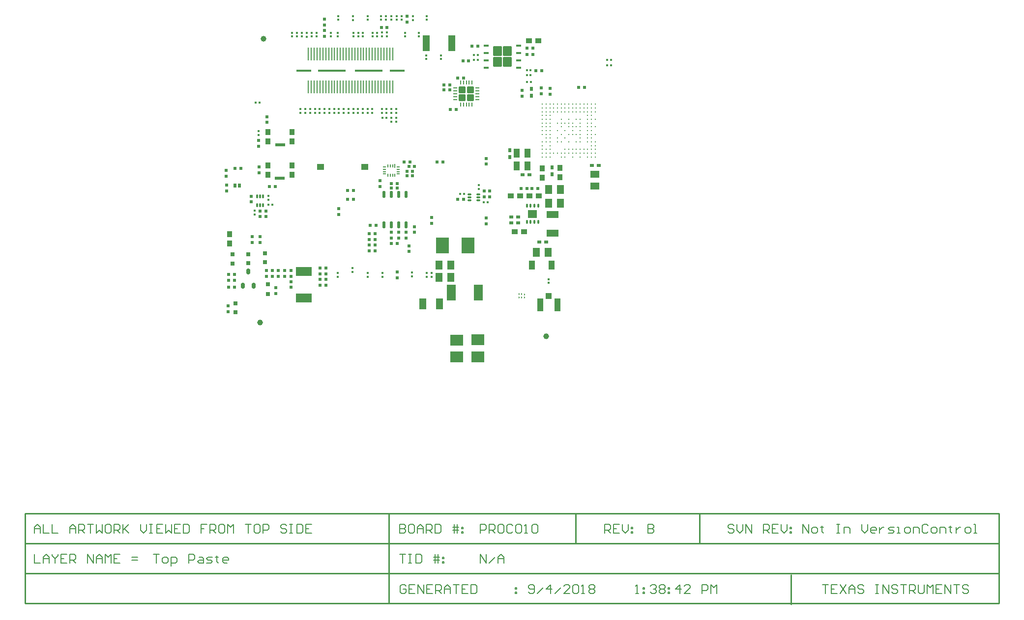
<source format=gtp>
G04 Layer_Color=8421504*
%FSLAX25Y25*%
%MOIN*%
G70*
G01*
G75*
%ADD11R,0.03150X0.03150*%
G04:AMPARAMS|DCode=12|XSize=31.5mil|YSize=15.75mil|CornerRadius=1.97mil|HoleSize=0mil|Usage=FLASHONLY|Rotation=0.000|XOffset=0mil|YOffset=0mil|HoleType=Round|Shape=RoundedRectangle|*
%AMROUNDEDRECTD12*
21,1,0.03150,0.01181,0,0,0.0*
21,1,0.02756,0.01575,0,0,0.0*
1,1,0.00394,0.01378,-0.00591*
1,1,0.00394,-0.01378,-0.00591*
1,1,0.00394,-0.01378,0.00591*
1,1,0.00394,0.01378,0.00591*
%
%ADD12ROUNDEDRECTD12*%
G04:AMPARAMS|DCode=14|XSize=66.93mil|YSize=21.65mil|CornerRadius=1.95mil|HoleSize=0mil|Usage=FLASHONLY|Rotation=0.000|XOffset=0mil|YOffset=0mil|HoleType=Round|Shape=RoundedRectangle|*
%AMROUNDEDRECTD14*
21,1,0.06693,0.01776,0,0,0.0*
21,1,0.06303,0.02165,0,0,0.0*
1,1,0.00390,0.03152,-0.00888*
1,1,0.00390,-0.03152,-0.00888*
1,1,0.00390,-0.03152,0.00888*
1,1,0.00390,0.03152,0.00888*
%
%ADD14ROUNDEDRECTD14*%
G04:AMPARAMS|DCode=15|XSize=35.43mil|YSize=39.37mil|CornerRadius=1.95mil|HoleSize=0mil|Usage=FLASHONLY|Rotation=180.000|XOffset=0mil|YOffset=0mil|HoleType=Round|Shape=RoundedRectangle|*
%AMROUNDEDRECTD15*
21,1,0.03543,0.03547,0,0,180.0*
21,1,0.03154,0.03937,0,0,180.0*
1,1,0.00390,-0.01577,0.01774*
1,1,0.00390,0.01577,0.01774*
1,1,0.00390,0.01577,-0.01774*
1,1,0.00390,-0.01577,-0.01774*
%
%ADD15ROUNDEDRECTD15*%
%ADD16R,0.05000X0.03937*%
G04:AMPARAMS|DCode=17|XSize=23.62mil|YSize=39.37mil|CornerRadius=5.91mil|HoleSize=0mil|Usage=FLASHONLY|Rotation=180.000|XOffset=0mil|YOffset=0mil|HoleType=Round|Shape=RoundedRectangle|*
%AMROUNDEDRECTD17*
21,1,0.02362,0.02756,0,0,180.0*
21,1,0.01181,0.03937,0,0,180.0*
1,1,0.01181,-0.00591,0.01378*
1,1,0.01181,0.00591,0.01378*
1,1,0.01181,0.00591,-0.01378*
1,1,0.01181,-0.00591,-0.01378*
%
%ADD17ROUNDEDRECTD17*%
G04:AMPARAMS|DCode=18|XSize=18.7mil|YSize=29.53mil|CornerRadius=3.93mil|HoleSize=0mil|Usage=FLASHONLY|Rotation=0.000|XOffset=0mil|YOffset=0mil|HoleType=Round|Shape=RoundedRectangle|*
%AMROUNDEDRECTD18*
21,1,0.01870,0.02167,0,0,0.0*
21,1,0.01085,0.02953,0,0,0.0*
1,1,0.00785,0.00542,-0.01084*
1,1,0.00785,-0.00542,-0.01084*
1,1,0.00785,-0.00542,0.01084*
1,1,0.00785,0.00542,0.01084*
%
%ADD18ROUNDEDRECTD18*%
%ADD19R,0.08500X0.10799*%
%ADD20R,0.10000X0.01693*%
%ADD21R,0.18504X0.01693*%
%ADD22R,0.01098X0.08937*%
G04:AMPARAMS|DCode=23|XSize=9.45mil|YSize=23.62mil|CornerRadius=1.98mil|HoleSize=0mil|Usage=FLASHONLY|Rotation=90.000|XOffset=0mil|YOffset=0mil|HoleType=Round|Shape=RoundedRectangle|*
%AMROUNDEDRECTD23*
21,1,0.00945,0.01965,0,0,90.0*
21,1,0.00548,0.02362,0,0,90.0*
1,1,0.00397,0.00983,0.00274*
1,1,0.00397,0.00983,-0.00274*
1,1,0.00397,-0.00983,-0.00274*
1,1,0.00397,-0.00983,0.00274*
%
%ADD23ROUNDEDRECTD23*%
G04:AMPARAMS|DCode=24|XSize=9.45mil|YSize=23.62mil|CornerRadius=1.98mil|HoleSize=0mil|Usage=FLASHONLY|Rotation=0.000|XOffset=0mil|YOffset=0mil|HoleType=Round|Shape=RoundedRectangle|*
%AMROUNDEDRECTD24*
21,1,0.00945,0.01965,0,0,0.0*
21,1,0.00548,0.02362,0,0,0.0*
1,1,0.00397,0.00274,-0.00983*
1,1,0.00397,-0.00274,-0.00983*
1,1,0.00397,-0.00274,0.00983*
1,1,0.00397,0.00274,0.00983*
%
%ADD24ROUNDEDRECTD24*%
%ADD26R,0.00787X0.02756*%
%ADD27R,0.00787X0.02362*%
%ADD28R,0.02362X0.00787*%
G04:AMPARAMS|DCode=29|XSize=41.34mil|YSize=57.09mil|CornerRadius=2.07mil|HoleSize=0mil|Usage=FLASHONLY|Rotation=180.000|XOffset=0mil|YOffset=0mil|HoleType=Round|Shape=RoundedRectangle|*
%AMROUNDEDRECTD29*
21,1,0.04134,0.05295,0,0,180.0*
21,1,0.03720,0.05709,0,0,180.0*
1,1,0.00413,-0.01860,0.02648*
1,1,0.00413,0.01860,0.02648*
1,1,0.00413,0.01860,-0.02648*
1,1,0.00413,-0.01860,-0.02648*
%
%ADD29ROUNDEDRECTD29*%
G04:AMPARAMS|DCode=30|XSize=41.34mil|YSize=86.61mil|CornerRadius=2.07mil|HoleSize=0mil|Usage=FLASHONLY|Rotation=0.000|XOffset=0mil|YOffset=0mil|HoleType=Round|Shape=RoundedRectangle|*
%AMROUNDEDRECTD30*
21,1,0.04134,0.08248,0,0,0.0*
21,1,0.03720,0.08661,0,0,0.0*
1,1,0.00413,0.01860,-0.04124*
1,1,0.00413,-0.01860,-0.04124*
1,1,0.00413,-0.01860,0.04124*
1,1,0.00413,0.01860,0.04124*
%
%ADD30ROUNDEDRECTD30*%
G04:AMPARAMS|DCode=31|XSize=39.37mil|YSize=41.34mil|CornerRadius=1.97mil|HoleSize=0mil|Usage=FLASHONLY|Rotation=0.000|XOffset=0mil|YOffset=0mil|HoleType=Round|Shape=RoundedRectangle|*
%AMROUNDEDRECTD31*
21,1,0.03937,0.03740,0,0,0.0*
21,1,0.03543,0.04134,0,0,0.0*
1,1,0.00394,0.01772,-0.01870*
1,1,0.00394,-0.01772,-0.01870*
1,1,0.00394,-0.01772,0.01870*
1,1,0.00394,0.01772,0.01870*
%
%ADD31ROUNDEDRECTD31*%
%ADD32C,0.03937*%
G04:AMPARAMS|DCode=33|XSize=7.87mil|YSize=11.81mil|CornerRadius=1.97mil|HoleSize=0mil|Usage=FLASHONLY|Rotation=0.000|XOffset=0mil|YOffset=0mil|HoleType=Round|Shape=RoundedRectangle|*
%AMROUNDEDRECTD33*
21,1,0.00787,0.00787,0,0,0.0*
21,1,0.00394,0.01181,0,0,0.0*
1,1,0.00394,0.00197,-0.00394*
1,1,0.00394,-0.00197,-0.00394*
1,1,0.00394,-0.00197,0.00394*
1,1,0.00394,0.00197,0.00394*
%
%ADD33ROUNDEDRECTD33*%
G04:AMPARAMS|DCode=34|XSize=7.87mil|YSize=13.78mil|CornerRadius=1.97mil|HoleSize=0mil|Usage=FLASHONLY|Rotation=0.000|XOffset=0mil|YOffset=0mil|HoleType=Round|Shape=RoundedRectangle|*
%AMROUNDEDRECTD34*
21,1,0.00787,0.00984,0,0,0.0*
21,1,0.00394,0.01378,0,0,0.0*
1,1,0.00394,0.00197,-0.00492*
1,1,0.00394,-0.00197,-0.00492*
1,1,0.00394,-0.00197,0.00492*
1,1,0.00394,0.00197,0.00492*
%
%ADD34ROUNDEDRECTD34*%
G04:AMPARAMS|DCode=35|XSize=11.81mil|YSize=26.38mil|CornerRadius=1.95mil|HoleSize=0mil|Usage=FLASHONLY|Rotation=0.000|XOffset=0mil|YOffset=0mil|HoleType=Round|Shape=RoundedRectangle|*
%AMROUNDEDRECTD35*
21,1,0.01181,0.02248,0,0,0.0*
21,1,0.00791,0.02638,0,0,0.0*
1,1,0.00390,0.00396,-0.01124*
1,1,0.00390,-0.00396,-0.01124*
1,1,0.00390,-0.00396,0.01124*
1,1,0.00390,0.00396,0.01124*
%
%ADD35ROUNDEDRECTD35*%
G04:AMPARAMS|DCode=37|XSize=11.81mil|YSize=23.62mil|CornerRadius=1.95mil|HoleSize=0mil|Usage=FLASHONLY|Rotation=0.000|XOffset=0mil|YOffset=0mil|HoleType=Round|Shape=RoundedRectangle|*
%AMROUNDEDRECTD37*
21,1,0.01181,0.01972,0,0,0.0*
21,1,0.00791,0.02362,0,0,0.0*
1,1,0.00390,0.00396,-0.00986*
1,1,0.00390,-0.00396,-0.00986*
1,1,0.00390,-0.00396,0.00986*
1,1,0.00390,0.00396,0.00986*
%
%ADD37ROUNDEDRECTD37*%
%ADD38O,0.02165X0.04921*%
%ADD39C,0.01260*%
G04:AMPARAMS|DCode=40|XSize=87.79mil|YSize=70.87mil|CornerRadius=2.13mil|HoleSize=0mil|Usage=FLASHONLY|Rotation=0.000|XOffset=0mil|YOffset=0mil|HoleType=Round|Shape=RoundedRectangle|*
%AMROUNDEDRECTD40*
21,1,0.08779,0.06661,0,0,0.0*
21,1,0.08354,0.07087,0,0,0.0*
1,1,0.00425,0.04177,-0.03331*
1,1,0.00425,-0.04177,-0.03331*
1,1,0.00425,-0.04177,0.03331*
1,1,0.00425,0.04177,0.03331*
%
%ADD40ROUNDEDRECTD40*%
%ADD41R,0.04724X0.10630*%
%ADD42R,0.06299X0.10630*%
%ADD43R,0.05118X0.07283*%
%ADD44R,0.03740X0.03937*%
%ADD45R,0.01968X0.02362*%
%ADD46R,0.01654X0.01811*%
%ADD47R,0.01811X0.01654*%
%ADD48R,0.02362X0.01968*%
%ADD49R,0.07874X0.04724*%
%ADD50R,0.03937X0.03740*%
%ADD51R,0.05000X0.06300*%
G04:AMPARAMS|DCode=52|XSize=11.81mil|YSize=26.38mil|CornerRadius=1.95mil|HoleSize=0mil|Usage=FLASHONLY|Rotation=90.000|XOffset=0mil|YOffset=0mil|HoleType=Round|Shape=RoundedRectangle|*
%AMROUNDEDRECTD52*
21,1,0.01181,0.02248,0,0,90.0*
21,1,0.00791,0.02638,0,0,90.0*
1,1,0.00390,0.01124,0.00396*
1,1,0.00390,0.01124,-0.00396*
1,1,0.00390,-0.01124,-0.00396*
1,1,0.00390,-0.01124,0.00396*
%
%ADD52ROUNDEDRECTD52*%
%ADD53R,0.10630X0.06299*%
%ADD54R,0.04331X0.06299*%
%ADD55R,0.03150X0.02362*%
%ADD56R,0.06300X0.05000*%
%ADD57R,0.02362X0.03150*%
%ADD65C,0.01000*%
%ADD80C,0.00800*%
G04:AMPARAMS|DCode=141|XSize=57.79mil|YSize=66.85mil|CornerRadius=2.02mil|HoleSize=0mil|Usage=FLASHONLY|Rotation=0.000|XOffset=0mil|YOffset=0mil|HoleType=Round|Shape=RoundedRectangle|*
%AMROUNDEDRECTD141*
21,1,0.05779,0.06280,0,0,0.0*
21,1,0.05375,0.06685,0,0,0.0*
1,1,0.00405,0.02687,-0.03140*
1,1,0.00405,-0.02687,-0.03140*
1,1,0.00405,-0.02687,0.03140*
1,1,0.00405,0.02687,0.03140*
%
%ADD141ROUNDEDRECTD141*%
G04:AMPARAMS|DCode=142|XSize=46.85mil|YSize=46.85mil|CornerRadius=1.87mil|HoleSize=0mil|Usage=FLASHONLY|Rotation=0.000|XOffset=0mil|YOffset=0mil|HoleType=Round|Shape=RoundedRectangle|*
%AMROUNDEDRECTD142*
21,1,0.04685,0.04310,0,0,0.0*
21,1,0.04310,0.04685,0,0,0.0*
1,1,0.00375,0.02155,-0.02155*
1,1,0.00375,-0.02155,-0.02155*
1,1,0.00375,-0.02155,0.02155*
1,1,0.00375,0.02155,0.02155*
%
%ADD142ROUNDEDRECTD142*%
%ADD143R,0.06240X0.05445*%
G54D11*
X3345Y30511D02*
D03*
Y24606D02*
D03*
X23435Y64435D02*
D03*
Y58530D02*
D03*
X11971Y63870D02*
D03*
Y57965D02*
D03*
X1579Y63954D02*
D03*
Y57458D02*
D03*
X25501Y43467D02*
D03*
Y36971D02*
D03*
G54D12*
X173499Y205568D02*
D03*
Y200568D02*
D03*
Y195568D02*
D03*
Y190568D02*
D03*
X195547D02*
D03*
Y195568D02*
D03*
Y200568D02*
D03*
Y205568D02*
D03*
G54D14*
X33665Y138142D02*
D03*
X33535Y115366D02*
D03*
G54D15*
X41736Y146902D02*
D03*
X25594D02*
D03*
Y140602D02*
D03*
X41736D02*
D03*
X41606Y124126D02*
D03*
X25464D02*
D03*
Y117826D02*
D03*
X41606D02*
D03*
G54D16*
X61000Y123000D02*
D03*
X91000D02*
D03*
G54D17*
X8318Y42551D02*
D03*
X15798D02*
D03*
X12058Y51999D02*
D03*
G54D18*
X2957Y110606D02*
D03*
X6205D02*
D03*
G54D19*
X161165Y69650D02*
D03*
X143763D02*
D03*
G54D20*
X49653Y188626D02*
D03*
X113157D02*
D03*
G54D21*
X68905D02*
D03*
X93905D02*
D03*
G54D22*
X109948Y199906D02*
D03*
X107980D02*
D03*
X106011D02*
D03*
X104043D02*
D03*
X102074D02*
D03*
X100106D02*
D03*
X98137D02*
D03*
X96169D02*
D03*
X94200D02*
D03*
X92232D02*
D03*
X90263D02*
D03*
X88295D02*
D03*
X86326D02*
D03*
X84358D02*
D03*
X82389D02*
D03*
X80421D02*
D03*
X78452D02*
D03*
X76484D02*
D03*
X74515D02*
D03*
X72547D02*
D03*
X70578D02*
D03*
X68610D02*
D03*
X66641D02*
D03*
X64673D02*
D03*
X62704D02*
D03*
X60736D02*
D03*
X58767D02*
D03*
X56799D02*
D03*
X54830D02*
D03*
X52862D02*
D03*
X109948Y177347D02*
D03*
X107980D02*
D03*
X106011D02*
D03*
X104043D02*
D03*
X102074D02*
D03*
X100106D02*
D03*
X98137D02*
D03*
X96169D02*
D03*
X94200D02*
D03*
X92232D02*
D03*
X90263D02*
D03*
X88295D02*
D03*
X86326D02*
D03*
X84358D02*
D03*
X82389D02*
D03*
X80421D02*
D03*
X78452D02*
D03*
X76484D02*
D03*
X74515D02*
D03*
X72547D02*
D03*
X70578D02*
D03*
X68610D02*
D03*
X66641D02*
D03*
X64673D02*
D03*
X62704D02*
D03*
X60736D02*
D03*
X58767D02*
D03*
X56799D02*
D03*
X54830D02*
D03*
X52862D02*
D03*
G54D23*
X152455Y176769D02*
D03*
Y174801D02*
D03*
Y172832D02*
D03*
Y170863D02*
D03*
Y168895D02*
D03*
X167415Y168895D02*
D03*
Y170864D02*
D03*
Y172832D02*
D03*
Y174801D02*
D03*
Y176769D02*
D03*
G54D24*
X155998Y165352D02*
D03*
X157966D02*
D03*
X159935Y165352D02*
D03*
X161903D02*
D03*
X163872D02*
D03*
Y180312D02*
D03*
X161903D02*
D03*
X159935Y180312D02*
D03*
X157966D02*
D03*
X155998D02*
D03*
G54D26*
X111548Y123674D02*
D03*
G54D27*
X109973Y123871D02*
D03*
X108398D02*
D03*
X106823D02*
D03*
Y117571D02*
D03*
X108398D02*
D03*
X109973D02*
D03*
X111548Y117571D02*
D03*
G54D28*
X104461Y123083D02*
D03*
Y121508D02*
D03*
Y119934D02*
D03*
Y118359D02*
D03*
X113910D02*
D03*
Y119934D02*
D03*
Y121508D02*
D03*
Y123083D02*
D03*
G54D29*
X194230Y123882D02*
D03*
Y132346D02*
D03*
X201514D02*
D03*
Y123882D02*
D03*
G54D30*
X221678Y29372D02*
D03*
X210064D02*
D03*
G54D31*
X215871Y35376D02*
D03*
G54D32*
X20000Y17500D02*
D03*
X214000Y8000D02*
D03*
X22513Y209998D02*
D03*
G54D33*
X199568Y34369D02*
D03*
X197600D02*
D03*
X195632D02*
D03*
Y36731D02*
D03*
X197600D02*
D03*
G54D34*
X199568Y36633D02*
D03*
G54D35*
X20082Y97240D02*
D03*
X22050Y103067D02*
D03*
X20082D02*
D03*
X18113D02*
D03*
Y97240D02*
D03*
X22050D02*
D03*
G54D37*
X208656Y85780D02*
D03*
X206097D02*
D03*
X203538D02*
D03*
X200979D02*
D03*
Y96804D02*
D03*
X203538D02*
D03*
X206097D02*
D03*
X208656D02*
D03*
G54D38*
X104237Y83691D02*
D03*
X109237D02*
D03*
X114237D02*
D03*
X119237D02*
D03*
X104237Y104360D02*
D03*
X109237D02*
D03*
X114237D02*
D03*
X119237D02*
D03*
G54D39*
X242250Y158026D02*
D03*
Y155467D02*
D03*
Y152908D02*
D03*
Y150349D02*
D03*
Y147790D02*
D03*
Y145231D02*
D03*
Y142672D02*
D03*
Y140113D02*
D03*
X234573D02*
D03*
X219219Y132436D02*
D03*
X221778D02*
D03*
X224337D02*
D03*
X242250Y134995D02*
D03*
X239691D02*
D03*
X237132D02*
D03*
X234573D02*
D03*
X232014D02*
D03*
X229455D02*
D03*
X226896D02*
D03*
X211542Y165703D02*
D03*
X214101D02*
D03*
X216660D02*
D03*
X219219D02*
D03*
X221778D02*
D03*
X224337D02*
D03*
X226896D02*
D03*
X229455D02*
D03*
X232014D02*
D03*
X234573D02*
D03*
X237132D02*
D03*
X239691D02*
D03*
X242250D02*
D03*
X244809D02*
D03*
X211542Y163144D02*
D03*
X214101D02*
D03*
X216660D02*
D03*
X219219D02*
D03*
X221778D02*
D03*
X224337D02*
D03*
X226896D02*
D03*
X229455D02*
D03*
X232014D02*
D03*
X234573D02*
D03*
X237132D02*
D03*
X239691D02*
D03*
X242250D02*
D03*
X244809D02*
D03*
X247368Y165703D02*
D03*
X211542Y160585D02*
D03*
X214101D02*
D03*
X216660D02*
D03*
X219219D02*
D03*
X221778D02*
D03*
X224337D02*
D03*
X226896D02*
D03*
X229455D02*
D03*
X232014D02*
D03*
X234573D02*
D03*
X237132D02*
D03*
X239691D02*
D03*
X242250D02*
D03*
X244809D02*
D03*
X247368Y163144D02*
D03*
X211542Y158026D02*
D03*
X214101D02*
D03*
X216660D02*
D03*
X244809D02*
D03*
X247368Y160585D02*
D03*
X211542Y155467D02*
D03*
X214101D02*
D03*
X216660D02*
D03*
X224337D02*
D03*
X229455D02*
D03*
X234573D02*
D03*
X237132D02*
D03*
X244809D02*
D03*
X211542Y152908D02*
D03*
X214101D02*
D03*
X216660D02*
D03*
X221778D02*
D03*
X224337D02*
D03*
X226896D02*
D03*
X229455D02*
D03*
X232014D02*
D03*
X237132D02*
D03*
X244809D02*
D03*
X247368Y155467D02*
D03*
X211542Y150349D02*
D03*
X214101D02*
D03*
X216660D02*
D03*
X224337D02*
D03*
X229455D02*
D03*
X232014D02*
D03*
X234573D02*
D03*
X237132D02*
D03*
X244809D02*
D03*
X211542Y147790D02*
D03*
X214101D02*
D03*
X216660D02*
D03*
X221778D02*
D03*
X226896D02*
D03*
X232014D02*
D03*
X237132D02*
D03*
X244809D02*
D03*
X247368Y150349D02*
D03*
X211542Y145231D02*
D03*
X214101D02*
D03*
X216660D02*
D03*
X224337D02*
D03*
X229455D02*
D03*
X232014D02*
D03*
X234573D02*
D03*
X237132D02*
D03*
X244809D02*
D03*
X214101Y142672D02*
D03*
X216660D02*
D03*
X221778D02*
D03*
X226896D02*
D03*
X237132D02*
D03*
X244809D02*
D03*
X247368Y145231D02*
D03*
Y129877D02*
D03*
Y132436D02*
D03*
X244809Y129877D02*
D03*
X242250D02*
D03*
X237132D02*
D03*
X232014D02*
D03*
X226896D02*
D03*
X224337D02*
D03*
X216660D02*
D03*
X214101D02*
D03*
X211542D02*
D03*
X247368Y134995D02*
D03*
X244809Y132436D02*
D03*
X242250D02*
D03*
X239691D02*
D03*
X237132D02*
D03*
X234573D02*
D03*
X232014D02*
D03*
X229455D02*
D03*
X226896D02*
D03*
X216660D02*
D03*
X214101D02*
D03*
X211542D02*
D03*
X247368Y137554D02*
D03*
X244809Y134995D02*
D03*
X216660D02*
D03*
X214101D02*
D03*
X211542D02*
D03*
X247368Y140113D02*
D03*
X244809Y137554D02*
D03*
X216660D02*
D03*
X211542D02*
D03*
X244809Y140113D02*
D03*
X237132D02*
D03*
X229455D02*
D03*
X224337D02*
D03*
X221778D02*
D03*
X216660D02*
D03*
X214101D02*
D03*
X211542D02*
D03*
G54D40*
X153430Y5593D02*
D03*
Y-5903D02*
D03*
X167770Y5713D02*
D03*
Y-5783D02*
D03*
G54D41*
X132844Y207126D02*
D03*
X150167D02*
D03*
G54D42*
X149932Y37774D02*
D03*
X168042D02*
D03*
G54D43*
X141709Y30000D02*
D03*
X130291D02*
D03*
G54D44*
X223445Y116040D02*
D03*
Y122340D02*
D03*
X-400Y71200D02*
D03*
Y77500D02*
D03*
X211545Y115830D02*
D03*
Y122130D02*
D03*
G54D45*
X-1440Y28641D02*
D03*
Y24704D02*
D03*
X124650Y82586D02*
D03*
Y78649D02*
D03*
X20046Y71811D02*
D03*
Y75748D02*
D03*
X114237Y74712D02*
D03*
Y78649D02*
D03*
X119237D02*
D03*
Y74712D02*
D03*
X98112Y70005D02*
D03*
Y66068D02*
D03*
X120950Y69625D02*
D03*
Y65688D02*
D03*
X32582Y48868D02*
D03*
Y52805D02*
D03*
X20098Y93304D02*
D03*
Y89367D02*
D03*
X14038Y103304D02*
D03*
Y99366D02*
D03*
X112975Y47960D02*
D03*
Y51897D02*
D03*
X30861Y37247D02*
D03*
Y41184D02*
D03*
X-2726Y106746D02*
D03*
Y110684D02*
D03*
X119840Y225374D02*
D03*
Y221437D02*
D03*
X28500Y48946D02*
D03*
Y52883D02*
D03*
X98188Y77854D02*
D03*
Y73917D02*
D03*
X60892Y42786D02*
D03*
Y46723D02*
D03*
X73600Y94718D02*
D03*
Y90781D02*
D03*
X40952Y41346D02*
D03*
Y45283D02*
D03*
X64932Y46723D02*
D03*
Y42786D02*
D03*
X94142Y77883D02*
D03*
Y73946D02*
D03*
X60878Y54394D02*
D03*
Y50457D02*
D03*
X36698Y48917D02*
D03*
Y52854D02*
D03*
X64882Y50486D02*
D03*
Y54423D02*
D03*
X40962Y48946D02*
D03*
Y52883D02*
D03*
X94092Y70083D02*
D03*
Y66146D02*
D03*
X63820Y211747D02*
D03*
Y215684D02*
D03*
X109237Y78649D02*
D03*
Y74712D02*
D03*
X19205Y137124D02*
D03*
Y141060D02*
D03*
X-2774Y120853D02*
D03*
Y116917D02*
D03*
X24604Y153347D02*
D03*
Y157283D02*
D03*
X14900Y71820D02*
D03*
Y75757D02*
D03*
X24291Y52874D02*
D03*
Y48937D02*
D03*
X63826Y223475D02*
D03*
Y219538D02*
D03*
X101551Y113768D02*
D03*
Y109832D02*
D03*
X173560Y84566D02*
D03*
Y88503D02*
D03*
X136470Y84797D02*
D03*
Y88734D02*
D03*
X173500Y128934D02*
D03*
Y124996D02*
D03*
X24112Y93304D02*
D03*
Y89367D02*
D03*
X19570Y119157D02*
D03*
Y123093D02*
D03*
X210800Y172774D02*
D03*
Y176711D02*
D03*
X216655Y172610D02*
D03*
Y176547D02*
D03*
X197855Y171273D02*
D03*
Y175210D02*
D03*
G54D46*
X142725Y198971D02*
D03*
Y196373D02*
D03*
X16383Y93421D02*
D03*
Y90823D02*
D03*
X25783Y103421D02*
D03*
Y100823D02*
D03*
X168467Y110877D02*
D03*
Y108279D02*
D03*
X215886Y44318D02*
D03*
Y46916D02*
D03*
X136285Y51207D02*
D03*
Y48609D02*
D03*
X133035Y51207D02*
D03*
Y48609D02*
D03*
X112433Y153873D02*
D03*
Y156471D02*
D03*
X99575Y211673D02*
D03*
Y214271D02*
D03*
X109133Y153873D02*
D03*
Y156471D02*
D03*
X48435Y211673D02*
D03*
Y214271D02*
D03*
X92985Y159873D02*
D03*
Y162471D02*
D03*
X70385Y159873D02*
D03*
Y162471D02*
D03*
X67135Y159873D02*
D03*
Y162471D02*
D03*
X73575Y159873D02*
D03*
Y162471D02*
D03*
X83305Y159873D02*
D03*
Y162471D02*
D03*
X80055Y159873D02*
D03*
Y162471D02*
D03*
X89775Y159873D02*
D03*
Y162471D02*
D03*
X76805Y159873D02*
D03*
Y162471D02*
D03*
X47561Y159873D02*
D03*
Y162471D02*
D03*
X57325Y159873D02*
D03*
Y162471D02*
D03*
X54075Y159873D02*
D03*
Y162471D02*
D03*
X63825Y159873D02*
D03*
Y162471D02*
D03*
X60575Y159873D02*
D03*
Y162471D02*
D03*
X112425Y159873D02*
D03*
Y162471D02*
D03*
X105925Y159873D02*
D03*
Y162471D02*
D03*
X96383Y211673D02*
D03*
Y214271D02*
D03*
X109175Y159873D02*
D03*
Y162471D02*
D03*
X86555Y159873D02*
D03*
Y162471D02*
D03*
X96211Y159873D02*
D03*
Y162471D02*
D03*
X116125Y222973D02*
D03*
Y225571D02*
D03*
X102661Y159873D02*
D03*
Y162471D02*
D03*
X86661Y211673D02*
D03*
Y214271D02*
D03*
X89911Y211673D02*
D03*
Y214271D02*
D03*
X45211Y211673D02*
D03*
Y214271D02*
D03*
X55011Y211673D02*
D03*
Y214271D02*
D03*
X58561Y211673D02*
D03*
Y214271D02*
D03*
X50825Y159873D02*
D03*
Y162471D02*
D03*
X93005Y222973D02*
D03*
Y225571D02*
D03*
X112900Y222973D02*
D03*
Y225571D02*
D03*
X102255Y222973D02*
D03*
Y225571D02*
D03*
X73005Y222973D02*
D03*
Y225571D02*
D03*
X132955Y222973D02*
D03*
Y225571D02*
D03*
X102821Y211708D02*
D03*
Y214306D02*
D03*
X83411Y211673D02*
D03*
Y214271D02*
D03*
X72625Y211673D02*
D03*
Y214271D02*
D03*
X67975Y211673D02*
D03*
Y214271D02*
D03*
X41925Y211673D02*
D03*
Y214271D02*
D03*
X82975Y222873D02*
D03*
Y225471D02*
D03*
X105491Y222973D02*
D03*
Y225571D02*
D03*
X123025Y51327D02*
D03*
Y48729D02*
D03*
X103025Y51227D02*
D03*
Y48629D02*
D03*
X92975Y51227D02*
D03*
Y48629D02*
D03*
X82825Y54527D02*
D03*
Y51929D02*
D03*
X72775Y51227D02*
D03*
Y48629D02*
D03*
X19250Y147424D02*
D03*
Y144826D02*
D03*
X106025Y211773D02*
D03*
Y214371D02*
D03*
X109238Y222973D02*
D03*
Y225571D02*
D03*
X123925Y222873D02*
D03*
Y225471D02*
D03*
X118400Y211668D02*
D03*
Y214267D02*
D03*
X127755Y211673D02*
D03*
Y214271D02*
D03*
X51739Y211629D02*
D03*
Y214227D02*
D03*
X132675Y198971D02*
D03*
Y196373D02*
D03*
G54D47*
X17170Y166675D02*
D03*
X19768D02*
D03*
X258099Y195900D02*
D03*
X255501D02*
D03*
X258099Y192200D02*
D03*
X255501D02*
D03*
X28477Y97333D02*
D03*
X25879D02*
D03*
X174521Y99117D02*
D03*
X171923D02*
D03*
X158277Y104833D02*
D03*
X155679D02*
D03*
X103111Y156362D02*
D03*
X105709D02*
D03*
X203677Y180735D02*
D03*
X201079D02*
D03*
X203577Y185385D02*
D03*
X200979D02*
D03*
X203577Y188835D02*
D03*
X200979D02*
D03*
X167777Y195685D02*
D03*
X165179D02*
D03*
X167777Y199245D02*
D03*
X165179D02*
D03*
G54D48*
X119658Y116981D02*
D03*
X123595D02*
D03*
X120958Y123412D02*
D03*
X124895D02*
D03*
X123595Y120196D02*
D03*
X119658D02*
D03*
X109201Y108829D02*
D03*
X113138D02*
D03*
X117691Y126415D02*
D03*
X121628D02*
D03*
X94859Y83545D02*
D03*
X98796D02*
D03*
X113138Y111967D02*
D03*
X109201D02*
D03*
X171996Y102668D02*
D03*
X175934D02*
D03*
X158203Y100992D02*
D03*
X154267D02*
D03*
X79431Y107150D02*
D03*
X83368D02*
D03*
X207196Y188448D02*
D03*
X211134D02*
D03*
X102312Y217956D02*
D03*
X106249D02*
D03*
X161598Y195040D02*
D03*
X157660D02*
D03*
X7134Y122114D02*
D03*
X3196D02*
D03*
X30503Y109884D02*
D03*
X26566D02*
D03*
X2726Y50007D02*
D03*
X-1211D02*
D03*
X-1190Y41633D02*
D03*
X2747D02*
D03*
X2740Y45977D02*
D03*
X-1197D02*
D03*
X204562Y108513D02*
D03*
X208500D02*
D03*
X197020Y108517D02*
D03*
X200957D02*
D03*
X144885Y178874D02*
D03*
X148822D02*
D03*
Y175611D02*
D03*
X144885D02*
D03*
X144139Y126535D02*
D03*
X140201D02*
D03*
X175903Y106650D02*
D03*
X171967D02*
D03*
X83368Y101050D02*
D03*
X79431D02*
D03*
X236148Y177080D02*
D03*
X240085D02*
D03*
X205047Y199526D02*
D03*
X201110D02*
D03*
X113174Y71114D02*
D03*
X109237D02*
D03*
X149165Y162025D02*
D03*
X153103D02*
D03*
X154029Y183493D02*
D03*
X157966D02*
D03*
X205061Y203770D02*
D03*
X201124D02*
D03*
X167737Y205234D02*
D03*
X163800D02*
D03*
G54D49*
X218500Y90799D02*
D03*
Y78201D02*
D03*
G54D50*
X196500Y103487D02*
D03*
X190201D02*
D03*
X202397Y208899D02*
D03*
X208697D02*
D03*
X202837Y103487D02*
D03*
X209137D02*
D03*
X192697Y79027D02*
D03*
X198997D02*
D03*
G54D51*
X141518Y56513D02*
D03*
X149518D02*
D03*
X141518Y48301D02*
D03*
X149518D02*
D03*
X215681Y107738D02*
D03*
X223681D02*
D03*
X215623Y98499D02*
D03*
X223623D02*
D03*
X207463Y65090D02*
D03*
X215463D02*
D03*
G54D52*
X168059Y102475D02*
D03*
X162233Y104444D02*
D03*
Y102475D02*
D03*
Y100506D02*
D03*
X168059D02*
D03*
Y104444D02*
D03*
G54D53*
X49873Y52160D02*
D03*
Y34050D02*
D03*
G54D54*
X217873Y56322D02*
D03*
X204487D02*
D03*
G54D55*
X190373Y89202D02*
D03*
X195097D02*
D03*
X195097Y85122D02*
D03*
X190373D02*
D03*
X197985Y117820D02*
D03*
X202709D02*
D03*
X244938Y124000D02*
D03*
X249662D02*
D03*
X209437Y72001D02*
D03*
X214161D02*
D03*
G54D56*
X247042Y118198D02*
D03*
Y110198D02*
D03*
G54D57*
X189340Y134483D02*
D03*
Y129759D02*
D03*
X204255Y171418D02*
D03*
Y176142D02*
D03*
X218255Y122942D02*
D03*
Y118218D02*
D03*
G54D65*
X380200Y-174000D02*
Y-153717D01*
X261300Y-173350D02*
X521000D01*
Y-112350D01*
X107300Y-173350D02*
Y-112350D01*
X-139200Y-173350D02*
Y-112350D01*
X-139150Y-173350D02*
X18400D01*
X-139150D02*
Y-112350D01*
Y-112350D02*
X521000D01*
X-139200Y-173350D02*
X261300D01*
X-139200Y-153017D02*
X520800D01*
X-139200Y-132683D02*
X521000D01*
X234000D02*
Y-112350D01*
X318000Y-132683D02*
Y-112350D01*
G54D80*
X-52300Y-139851D02*
X-48301D01*
X-50301D01*
Y-145849D01*
X-45302D02*
X-43303D01*
X-42303Y-144850D01*
Y-142850D01*
X-43303Y-141851D01*
X-45302D01*
X-46302Y-142850D01*
Y-144850D01*
X-45302Y-145849D01*
X-40304Y-147849D02*
Y-141851D01*
X-37305D01*
X-36305Y-142850D01*
Y-144850D01*
X-37305Y-145849D01*
X-40304D01*
X-28308D02*
Y-139851D01*
X-25309D01*
X-24309Y-140851D01*
Y-142850D01*
X-25309Y-143850D01*
X-28308D01*
X-21310Y-141851D02*
X-19311D01*
X-18311Y-142850D01*
Y-145849D01*
X-21310D01*
X-22310Y-144850D01*
X-21310Y-143850D01*
X-18311D01*
X-16312Y-145849D02*
X-13313D01*
X-12313Y-144850D01*
X-13313Y-143850D01*
X-15312D01*
X-16312Y-142850D01*
X-15312Y-141851D01*
X-12313D01*
X-9314Y-140851D02*
Y-141851D01*
X-10314D01*
X-8314D01*
X-9314D01*
Y-144850D01*
X-8314Y-145849D01*
X-2316D02*
X-4315D01*
X-5315Y-144850D01*
Y-142850D01*
X-4315Y-141851D01*
X-2316D01*
X-1316Y-142850D01*
Y-143850D01*
X-5315D01*
X169350Y-145900D02*
Y-139902D01*
X173349Y-145900D01*
Y-139902D01*
X175348Y-145900D02*
X179347Y-141901D01*
X181346Y-145900D02*
Y-141901D01*
X183345Y-139902D01*
X185345Y-141901D01*
Y-145900D01*
Y-142901D01*
X181346D01*
X114800Y-139902D02*
X118799D01*
X116799D01*
Y-145900D01*
X120798Y-139902D02*
X122797D01*
X121798D01*
Y-145900D01*
X120798D01*
X122797D01*
X125796Y-139902D02*
Y-145900D01*
X128796D01*
X129795Y-144900D01*
Y-140902D01*
X128796Y-139902D01*
X125796D01*
X138792Y-145900D02*
Y-139902D01*
X140792D02*
Y-145900D01*
X137793Y-141901D02*
X140792D01*
X141791D01*
X137793Y-143901D02*
X141791D01*
X143791Y-141901D02*
X144790D01*
Y-142901D01*
X143791D01*
Y-141901D01*
Y-144900D02*
X144790D01*
Y-145900D01*
X143791D01*
Y-144900D01*
X401300Y-160435D02*
X405299D01*
X403299D01*
Y-166434D01*
X411297Y-160435D02*
X407298D01*
Y-166434D01*
X411297D01*
X407298Y-163435D02*
X409297D01*
X413296Y-160435D02*
X417295Y-166434D01*
Y-160435D02*
X413296Y-166434D01*
X419294D02*
Y-162435D01*
X421293Y-160435D01*
X423293Y-162435D01*
Y-166434D01*
Y-163435D01*
X419294D01*
X429291Y-161435D02*
X428291Y-160435D01*
X426292D01*
X425292Y-161435D01*
Y-162435D01*
X426292Y-163435D01*
X428291D01*
X429291Y-164434D01*
Y-165434D01*
X428291Y-166434D01*
X426292D01*
X425292Y-165434D01*
X437288Y-160435D02*
X439288D01*
X438288D01*
Y-166434D01*
X437288D01*
X439288D01*
X442287D02*
Y-160435D01*
X446285Y-166434D01*
Y-160435D01*
X452283Y-161435D02*
X451284Y-160435D01*
X449285D01*
X448285Y-161435D01*
Y-162435D01*
X449285Y-163435D01*
X451284D01*
X452283Y-164434D01*
Y-165434D01*
X451284Y-166434D01*
X449285D01*
X448285Y-165434D01*
X454283Y-160435D02*
X458282D01*
X456282D01*
Y-166434D01*
X460281D02*
Y-160435D01*
X463280D01*
X464280Y-161435D01*
Y-163435D01*
X463280Y-164434D01*
X460281D01*
X462280D02*
X464280Y-166434D01*
X466279Y-160435D02*
Y-165434D01*
X467279Y-166434D01*
X469278D01*
X470278Y-165434D01*
Y-160435D01*
X472277Y-166434D02*
Y-160435D01*
X474276Y-162435D01*
X476276Y-160435D01*
Y-166434D01*
X482274Y-160435D02*
X478275D01*
Y-166434D01*
X482274D01*
X478275Y-163435D02*
X480274D01*
X484273Y-166434D02*
Y-160435D01*
X488272Y-166434D01*
Y-160435D01*
X490271D02*
X494270D01*
X492271D01*
Y-166434D01*
X500268Y-161435D02*
X499268Y-160435D01*
X497269D01*
X496269Y-161435D01*
Y-162435D01*
X497269Y-163435D01*
X499268D01*
X500268Y-164434D01*
Y-165434D01*
X499268Y-166434D01*
X497269D01*
X496269Y-165434D01*
X274850Y-166434D02*
X276849D01*
X275850D01*
Y-160435D01*
X274850Y-161435D01*
X279848Y-162435D02*
X280848D01*
Y-163435D01*
X279848D01*
Y-162435D01*
Y-165434D02*
X280848D01*
Y-166434D01*
X279848D01*
Y-165434D01*
X284847Y-161435D02*
X285846Y-160435D01*
X287846D01*
X288845Y-161435D01*
Y-162435D01*
X287846Y-163435D01*
X286846D01*
X287846D01*
X288845Y-164434D01*
Y-165434D01*
X287846Y-166434D01*
X285846D01*
X284847Y-165434D01*
X290845Y-161435D02*
X291845Y-160435D01*
X293844D01*
X294844Y-161435D01*
Y-162435D01*
X293844Y-163435D01*
X294844Y-164434D01*
Y-165434D01*
X293844Y-166434D01*
X291845D01*
X290845Y-165434D01*
Y-164434D01*
X291845Y-163435D01*
X290845Y-162435D01*
Y-161435D01*
X291845Y-163435D02*
X293844D01*
X296843Y-162435D02*
X297843D01*
Y-163435D01*
X296843D01*
Y-162435D01*
Y-165434D02*
X297843D01*
Y-166434D01*
X296843D01*
Y-165434D01*
X304840Y-166434D02*
Y-160435D01*
X301841Y-163435D01*
X305840D01*
X311838Y-166434D02*
X307839D01*
X311838Y-162435D01*
Y-161435D01*
X310838Y-160435D01*
X308839D01*
X307839Y-161435D01*
X319835Y-166434D02*
Y-160435D01*
X322834D01*
X323834Y-161435D01*
Y-163435D01*
X322834Y-164434D01*
X319835D01*
X325834Y-166434D02*
Y-160435D01*
X327833Y-162435D01*
X329832Y-160435D01*
Y-166434D01*
X-132850Y-139851D02*
Y-145849D01*
X-128851D01*
X-126852D02*
Y-141851D01*
X-124853Y-139851D01*
X-122853Y-141851D01*
Y-145849D01*
Y-142850D01*
X-126852D01*
X-120854Y-139851D02*
Y-140851D01*
X-118854Y-142850D01*
X-116855Y-140851D01*
Y-139851D01*
X-118854Y-142850D02*
Y-145849D01*
X-110857Y-139851D02*
X-114856D01*
Y-145849D01*
X-110857D01*
X-114856Y-142850D02*
X-112856D01*
X-108858Y-145849D02*
Y-139851D01*
X-105859D01*
X-104859Y-140851D01*
Y-142850D01*
X-105859Y-143850D01*
X-108858D01*
X-106858D02*
X-104859Y-145849D01*
X-96862D02*
Y-139851D01*
X-92863Y-145849D01*
Y-139851D01*
X-90864Y-145849D02*
Y-141851D01*
X-88864Y-139851D01*
X-86865Y-141851D01*
Y-145849D01*
Y-142850D01*
X-90864D01*
X-84865Y-145849D02*
Y-139851D01*
X-82866Y-141851D01*
X-80867Y-139851D01*
Y-145849D01*
X-74869Y-139851D02*
X-78868D01*
Y-145849D01*
X-74869D01*
X-78868Y-142850D02*
X-76868D01*
X-66871Y-143850D02*
X-62873D01*
X-66871Y-141851D02*
X-62873D01*
X114800Y-119569D02*
Y-125567D01*
X117799D01*
X118799Y-124567D01*
Y-123567D01*
X117799Y-122568D01*
X114800D01*
X117799D01*
X118799Y-121568D01*
Y-120568D01*
X117799Y-119569D01*
X114800D01*
X123797D02*
X121798D01*
X120798Y-120568D01*
Y-124567D01*
X121798Y-125567D01*
X123797D01*
X124797Y-124567D01*
Y-120568D01*
X123797Y-119569D01*
X126796Y-125567D02*
Y-121568D01*
X128796Y-119569D01*
X130795Y-121568D01*
Y-125567D01*
Y-122568D01*
X126796D01*
X132794Y-125567D02*
Y-119569D01*
X135793D01*
X136793Y-120568D01*
Y-122568D01*
X135793Y-123567D01*
X132794D01*
X134793D02*
X136793Y-125567D01*
X138792Y-119569D02*
Y-125567D01*
X141791D01*
X142791Y-124567D01*
Y-120568D01*
X141791Y-119569D01*
X138792D01*
X151788Y-125567D02*
Y-119569D01*
X153787D02*
Y-125567D01*
X150788Y-121568D02*
X153787D01*
X154787D01*
X150788Y-123567D02*
X154787D01*
X156786Y-121568D02*
X157786D01*
Y-122568D01*
X156786D01*
Y-121568D01*
Y-124567D02*
X157786D01*
Y-125567D01*
X156786D01*
Y-124567D01*
X169350Y-125567D02*
Y-119569D01*
X172349D01*
X173349Y-120568D01*
Y-122568D01*
X172349Y-123567D01*
X169350D01*
X175348Y-125567D02*
Y-119569D01*
X178347D01*
X179347Y-120568D01*
Y-122568D01*
X178347Y-123567D01*
X175348D01*
X177347D02*
X179347Y-125567D01*
X184345Y-119569D02*
X182346D01*
X181346Y-120568D01*
Y-124567D01*
X182346Y-125567D01*
X184345D01*
X185345Y-124567D01*
Y-120568D01*
X184345Y-119569D01*
X191343Y-120568D02*
X190343Y-119569D01*
X188344D01*
X187344Y-120568D01*
Y-124567D01*
X188344Y-125567D01*
X190343D01*
X191343Y-124567D01*
X193342Y-120568D02*
X194342Y-119569D01*
X196341D01*
X197341Y-120568D01*
Y-124567D01*
X196341Y-125567D01*
X194342D01*
X193342Y-124567D01*
Y-120568D01*
X199340Y-125567D02*
X201340D01*
X200340D01*
Y-119569D01*
X199340Y-120568D01*
X204339D02*
X205338Y-119569D01*
X207338D01*
X208337Y-120568D01*
Y-124567D01*
X207338Y-125567D01*
X205338D01*
X204339Y-124567D01*
Y-120568D01*
X282950Y-119569D02*
Y-125567D01*
X285949D01*
X286949Y-124567D01*
Y-123567D01*
X285949Y-122568D01*
X282950D01*
X285949D01*
X286949Y-121568D01*
Y-120568D01*
X285949Y-119569D01*
X282950D01*
X-132850Y-125567D02*
Y-121568D01*
X-130851Y-119569D01*
X-128851Y-121568D01*
Y-125567D01*
Y-122568D01*
X-132850D01*
X-126852Y-119569D02*
Y-125567D01*
X-122853D01*
X-120854Y-119569D02*
Y-125567D01*
X-116855D01*
X-108858D02*
Y-121568D01*
X-106858Y-119569D01*
X-104859Y-121568D01*
Y-125567D01*
Y-122568D01*
X-108858D01*
X-102860Y-125567D02*
Y-119569D01*
X-99861D01*
X-98861Y-120568D01*
Y-122568D01*
X-99861Y-123567D01*
X-102860D01*
X-100860D02*
X-98861Y-125567D01*
X-96862Y-119569D02*
X-92863D01*
X-94862D01*
Y-125567D01*
X-90864Y-119569D02*
Y-125567D01*
X-88864Y-123567D01*
X-86865Y-125567D01*
Y-119569D01*
X-81867D02*
X-83866D01*
X-84865Y-120568D01*
Y-124567D01*
X-83866Y-125567D01*
X-81867D01*
X-80867Y-124567D01*
Y-120568D01*
X-81867Y-119569D01*
X-78868Y-125567D02*
Y-119569D01*
X-75868D01*
X-74869Y-120568D01*
Y-122568D01*
X-75868Y-123567D01*
X-78868D01*
X-76868D02*
X-74869Y-125567D01*
X-72869Y-119569D02*
Y-125567D01*
Y-123567D01*
X-68871Y-119569D01*
X-71870Y-122568D01*
X-68871Y-125567D01*
X-60873Y-119569D02*
Y-123567D01*
X-58874Y-125567D01*
X-56875Y-123567D01*
Y-119569D01*
X-54875D02*
X-52876D01*
X-53875D01*
Y-125567D01*
X-54875D01*
X-52876D01*
X-45878Y-119569D02*
X-49877D01*
Y-125567D01*
X-45878D01*
X-49877Y-122568D02*
X-47877D01*
X-43879Y-119569D02*
Y-125567D01*
X-41879Y-123567D01*
X-39880Y-125567D01*
Y-119569D01*
X-33882D02*
X-37881D01*
Y-125567D01*
X-33882D01*
X-37881Y-122568D02*
X-35881D01*
X-31883Y-119569D02*
Y-125567D01*
X-28884D01*
X-27884Y-124567D01*
Y-120568D01*
X-28884Y-119569D01*
X-31883D01*
X-15888D02*
X-19886D01*
Y-122568D01*
X-17887D01*
X-19886D01*
Y-125567D01*
X-13889D02*
Y-119569D01*
X-10889D01*
X-9890Y-120568D01*
Y-122568D01*
X-10889Y-123567D01*
X-13889D01*
X-11889D02*
X-9890Y-125567D01*
X-4891Y-119569D02*
X-6891D01*
X-7890Y-120568D01*
Y-124567D01*
X-6891Y-125567D01*
X-4891D01*
X-3892Y-124567D01*
Y-120568D01*
X-4891Y-119569D01*
X-1892Y-125567D02*
Y-119569D01*
X107Y-121568D01*
X2106Y-119569D01*
Y-125567D01*
X10104Y-119569D02*
X14103D01*
X12103D01*
Y-125567D01*
X19101Y-119569D02*
X17101D01*
X16102Y-120568D01*
Y-124567D01*
X17101Y-125567D01*
X19101D01*
X20100Y-124567D01*
Y-120568D01*
X19101Y-119569D01*
X22100Y-125567D02*
Y-119569D01*
X25099D01*
X26099Y-120568D01*
Y-122568D01*
X25099Y-123567D01*
X22100D01*
X38095Y-120568D02*
X37095Y-119569D01*
X35096D01*
X34096Y-120568D01*
Y-121568D01*
X35096Y-122568D01*
X37095D01*
X38095Y-123567D01*
Y-124567D01*
X37095Y-125567D01*
X35096D01*
X34096Y-124567D01*
X40094Y-119569D02*
X42093D01*
X41094D01*
Y-125567D01*
X40094D01*
X42093D01*
X45092Y-119569D02*
Y-125567D01*
X48092D01*
X49091Y-124567D01*
Y-120568D01*
X48092Y-119569D01*
X45092D01*
X55089D02*
X51091D01*
Y-125567D01*
X55089D01*
X51091Y-122568D02*
X53090D01*
X118999Y-161435D02*
X117999Y-160435D01*
X116000D01*
X115000Y-161435D01*
Y-165434D01*
X116000Y-166434D01*
X117999D01*
X118999Y-165434D01*
Y-163435D01*
X116999D01*
X124997Y-160435D02*
X120998D01*
Y-166434D01*
X124997D01*
X120998Y-163435D02*
X122997D01*
X126996Y-166434D02*
Y-160435D01*
X130995Y-166434D01*
Y-160435D01*
X136993D02*
X132994D01*
Y-166434D01*
X136993D01*
X132994Y-163435D02*
X134994D01*
X138992Y-166434D02*
Y-160435D01*
X141991D01*
X142991Y-161435D01*
Y-163435D01*
X141991Y-164434D01*
X138992D01*
X140992D02*
X142991Y-166434D01*
X144990D02*
Y-162435D01*
X146990Y-160435D01*
X148989Y-162435D01*
Y-166434D01*
Y-163435D01*
X144990D01*
X150988Y-160435D02*
X154987D01*
X152988D01*
Y-166434D01*
X160985Y-160435D02*
X156986D01*
Y-166434D01*
X160985D01*
X156986Y-163435D02*
X158986D01*
X162985Y-160435D02*
Y-166434D01*
X165983D01*
X166983Y-165434D01*
Y-161435D01*
X165983Y-160435D01*
X162985D01*
X192975Y-162435D02*
X193974D01*
Y-163435D01*
X192975D01*
Y-162435D01*
Y-165434D02*
X193974D01*
Y-166434D01*
X192975D01*
Y-165434D01*
X201950D02*
X202950Y-166434D01*
X204949D01*
X205949Y-165434D01*
Y-161435D01*
X204949Y-160435D01*
X202950D01*
X201950Y-161435D01*
Y-162435D01*
X202950Y-163435D01*
X205949D01*
X207948Y-166434D02*
X211947Y-162435D01*
X216945Y-166434D02*
Y-160435D01*
X213946Y-163435D01*
X217945D01*
X219944Y-166434D02*
X223943Y-162435D01*
X229941Y-166434D02*
X225942D01*
X229941Y-162435D01*
Y-161435D01*
X228941Y-160435D01*
X226942D01*
X225942Y-161435D01*
X231940D02*
X232940Y-160435D01*
X234939D01*
X235939Y-161435D01*
Y-165434D01*
X234939Y-166434D01*
X232940D01*
X231940Y-165434D01*
Y-161435D01*
X237938Y-166434D02*
X239938D01*
X238938D01*
Y-160435D01*
X237938Y-161435D01*
X242937D02*
X243936Y-160435D01*
X245936D01*
X246935Y-161435D01*
Y-162435D01*
X245936Y-163435D01*
X246935Y-164434D01*
Y-165434D01*
X245936Y-166434D01*
X243936D01*
X242937Y-165434D01*
Y-164434D01*
X243936Y-163435D01*
X242937Y-162435D01*
Y-161435D01*
X243936Y-163435D02*
X245936D01*
X253800Y-125567D02*
Y-119569D01*
X256799D01*
X257799Y-120568D01*
Y-122568D01*
X256799Y-123567D01*
X253800D01*
X255799D02*
X257799Y-125567D01*
X263797Y-119569D02*
X259798D01*
Y-125567D01*
X263797D01*
X259798Y-122568D02*
X261797D01*
X265796Y-119569D02*
Y-123567D01*
X267795Y-125567D01*
X269795Y-123567D01*
Y-119569D01*
X271794Y-121568D02*
X272794D01*
Y-122568D01*
X271794D01*
Y-121568D01*
Y-124567D02*
X272794D01*
Y-125567D01*
X271794D01*
Y-124567D01*
X341599Y-120568D02*
X340599Y-119569D01*
X338600D01*
X337600Y-120568D01*
Y-121568D01*
X338600Y-122568D01*
X340599D01*
X341599Y-123567D01*
Y-124567D01*
X340599Y-125567D01*
X338600D01*
X337600Y-124567D01*
X343598Y-119569D02*
Y-123567D01*
X345597Y-125567D01*
X347597Y-123567D01*
Y-119569D01*
X349596Y-125567D02*
Y-119569D01*
X353595Y-125567D01*
Y-119569D01*
X361592Y-125567D02*
Y-119569D01*
X364591D01*
X365591Y-120568D01*
Y-122568D01*
X364591Y-123567D01*
X361592D01*
X363592D02*
X365591Y-125567D01*
X371589Y-119569D02*
X367590D01*
Y-125567D01*
X371589D01*
X367590Y-122568D02*
X369590D01*
X373588Y-119569D02*
Y-123567D01*
X375588Y-125567D01*
X377587Y-123567D01*
Y-119569D01*
X379586Y-121568D02*
X380586D01*
Y-122568D01*
X379586D01*
Y-121568D01*
Y-124567D02*
X380586D01*
Y-125567D01*
X379586D01*
Y-124567D01*
X388200Y-125567D02*
Y-119569D01*
X392199Y-125567D01*
Y-119569D01*
X395198Y-125567D02*
X397197D01*
X398197Y-124567D01*
Y-122568D01*
X397197Y-121568D01*
X395198D01*
X394198Y-122568D01*
Y-124567D01*
X395198Y-125567D01*
X401196Y-120568D02*
Y-121568D01*
X400196D01*
X402196D01*
X401196D01*
Y-124567D01*
X402196Y-125567D01*
X411193Y-119569D02*
X413192D01*
X412192D01*
Y-125567D01*
X411193D01*
X413192D01*
X416191D02*
Y-121568D01*
X419190D01*
X420190Y-122568D01*
Y-125567D01*
X428187Y-119569D02*
Y-123567D01*
X430186Y-125567D01*
X432186Y-123567D01*
Y-119569D01*
X437184Y-125567D02*
X435185D01*
X434185Y-124567D01*
Y-122568D01*
X435185Y-121568D01*
X437184D01*
X438184Y-122568D01*
Y-123567D01*
X434185D01*
X440183Y-121568D02*
Y-125567D01*
Y-123567D01*
X441183Y-122568D01*
X442182Y-121568D01*
X443182D01*
X446181Y-125567D02*
X449180D01*
X450180Y-124567D01*
X449180Y-123567D01*
X447181D01*
X446181Y-122568D01*
X447181Y-121568D01*
X450180D01*
X452179Y-125567D02*
X454179D01*
X453179D01*
Y-121568D01*
X452179D01*
X458177Y-125567D02*
X460177D01*
X461176Y-124567D01*
Y-122568D01*
X460177Y-121568D01*
X458177D01*
X457178Y-122568D01*
Y-124567D01*
X458177Y-125567D01*
X463176D02*
Y-121568D01*
X466175D01*
X467174Y-122568D01*
Y-125567D01*
X473173Y-120568D02*
X472173Y-119569D01*
X470174D01*
X469174Y-120568D01*
Y-124567D01*
X470174Y-125567D01*
X472173D01*
X473173Y-124567D01*
X476171Y-125567D02*
X478171D01*
X479171Y-124567D01*
Y-122568D01*
X478171Y-121568D01*
X476171D01*
X475172Y-122568D01*
Y-124567D01*
X476171Y-125567D01*
X481170D02*
Y-121568D01*
X484169D01*
X485169Y-122568D01*
Y-125567D01*
X488168Y-120568D02*
Y-121568D01*
X487168D01*
X489167D01*
X488168D01*
Y-124567D01*
X489167Y-125567D01*
X492166Y-121568D02*
Y-125567D01*
Y-123567D01*
X493166Y-122568D01*
X494166Y-121568D01*
X495165D01*
X499164Y-125567D02*
X501163D01*
X502163Y-124567D01*
Y-122568D01*
X501163Y-121568D01*
X499164D01*
X498164Y-122568D01*
Y-124567D01*
X499164Y-125567D01*
X504163D02*
X506162D01*
X505162D01*
Y-119569D01*
X504163D01*
G54D141*
X187806Y194332D02*
D03*
X181239D02*
D03*
X187806Y201804D02*
D03*
X181239D02*
D03*
G54D142*
X162671Y170096D02*
D03*
X157199D02*
D03*
Y175568D02*
D03*
X162671D02*
D03*
G54D143*
X204818Y91292D02*
D03*
M02*

</source>
